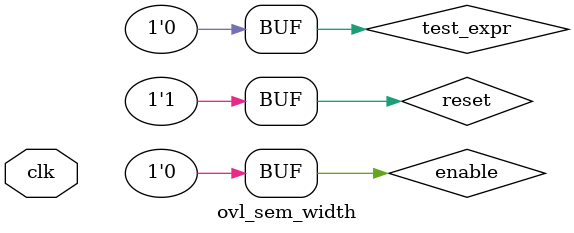
<source format=sv>
module ovl_sem_width(input logic clk);
  logic reset = 1'b1;
`ifdef FAIL
  logic enable = 1'b1;
`else
  logic enable = 1'b0;
`endif
  logic [3:0] cycles = 4'd0;
  logic test_expr;

  always_ff @(posedge clk)
    cycles <= cycles + 4'd1;

`ifdef FAIL
  assign test_expr = (cycles >= 4'd1 && cycles <= 4'd3);
`else
  assign test_expr = 1'b0;
`endif

  ovl_width #(
      .min_cks(2),
      .max_cks(2)) dut (
      .clock(clk),
      .reset(reset),
      .enable(enable),
      .test_expr(test_expr),
      .fire());
endmodule

</source>
